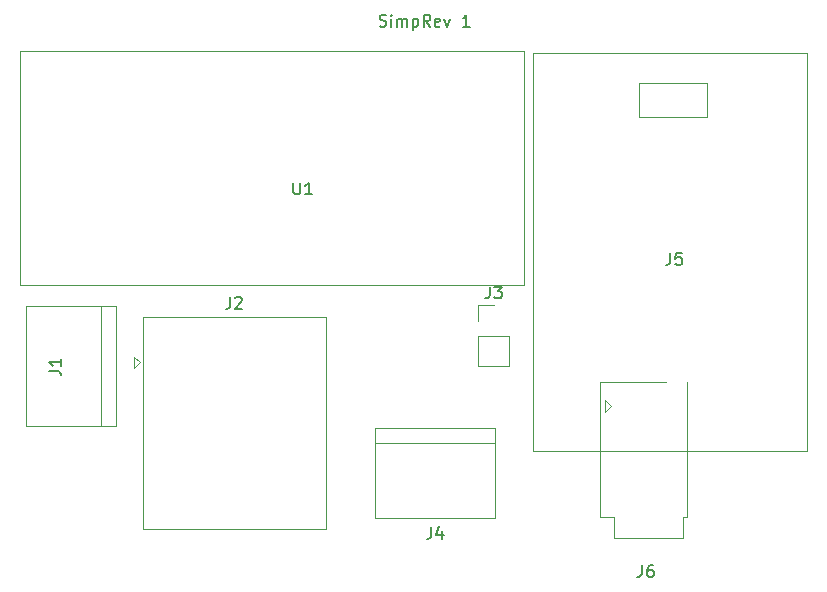
<source format=gbr>
G04 #@! TF.GenerationSoftware,KiCad,Pcbnew,(5.1.2)-2*
G04 #@! TF.CreationDate,2020-01-12T12:09:12-06:00*
G04 #@! TF.ProjectId,SimpleBuildSounds,53696d70-6c65-4427-9569-6c64536f756e,rev?*
G04 #@! TF.SameCoordinates,Original*
G04 #@! TF.FileFunction,Legend,Top*
G04 #@! TF.FilePolarity,Positive*
%FSLAX46Y46*%
G04 Gerber Fmt 4.6, Leading zero omitted, Abs format (unit mm)*
G04 Created by KiCad (PCBNEW (5.1.2)-2) date 2020-01-12 12:09:12*
%MOMM*%
%LPD*%
G04 APERTURE LIST*
%ADD10C,0.149860*%
%ADD11C,0.120000*%
%ADD12C,0.150000*%
G04 APERTURE END LIST*
D10*
X164528983Y-51649261D02*
X164671840Y-51696880D01*
X164909935Y-51696880D01*
X165005173Y-51649261D01*
X165052792Y-51601642D01*
X165100411Y-51506404D01*
X165100411Y-51411166D01*
X165052792Y-51315928D01*
X165005173Y-51268309D01*
X164909935Y-51220690D01*
X164719459Y-51173071D01*
X164624221Y-51125452D01*
X164576602Y-51077833D01*
X164528983Y-50982595D01*
X164528983Y-50887357D01*
X164576602Y-50792119D01*
X164624221Y-50744501D01*
X164719459Y-50696882D01*
X164957554Y-50696882D01*
X165100411Y-50744501D01*
X165528981Y-51696880D02*
X165528981Y-51030214D01*
X165528981Y-50696882D02*
X165481362Y-50744501D01*
X165528981Y-50792119D01*
X165576600Y-50744501D01*
X165528981Y-50696882D01*
X165528981Y-50792119D01*
X166005171Y-51696880D02*
X166005171Y-51030214D01*
X166005171Y-51125452D02*
X166052790Y-51077833D01*
X166148028Y-51030214D01*
X166290885Y-51030214D01*
X166386122Y-51077833D01*
X166433741Y-51173071D01*
X166433741Y-51696880D01*
X166433741Y-51173071D02*
X166481360Y-51077833D01*
X166576598Y-51030214D01*
X166719455Y-51030214D01*
X166814693Y-51077833D01*
X166862312Y-51173071D01*
X166862312Y-51696880D01*
X167338502Y-51030214D02*
X167338502Y-52030212D01*
X167338502Y-51077833D02*
X167433739Y-51030214D01*
X167624215Y-51030214D01*
X167719453Y-51077833D01*
X167767072Y-51125452D01*
X167814691Y-51220690D01*
X167814691Y-51506404D01*
X167767072Y-51601642D01*
X167719453Y-51649261D01*
X167624215Y-51696880D01*
X167433739Y-51696880D01*
X167338502Y-51649261D01*
X168814689Y-51696880D02*
X168481356Y-51220690D01*
X168243262Y-51696880D02*
X168243262Y-50696882D01*
X168624213Y-50696882D01*
X168719451Y-50744501D01*
X168767070Y-50792119D01*
X168814689Y-50887357D01*
X168814689Y-51030214D01*
X168767070Y-51125452D01*
X168719451Y-51173071D01*
X168624213Y-51220690D01*
X168243262Y-51220690D01*
X169624211Y-51649261D02*
X169528973Y-51696880D01*
X169338498Y-51696880D01*
X169243260Y-51649261D01*
X169195641Y-51554023D01*
X169195641Y-51173071D01*
X169243260Y-51077833D01*
X169338498Y-51030214D01*
X169528973Y-51030214D01*
X169624211Y-51077833D01*
X169671830Y-51173071D01*
X169671830Y-51268309D01*
X169195641Y-51363547D01*
X170005163Y-51030214D02*
X170243258Y-51696880D01*
X170481352Y-51030214D01*
X172148016Y-51696880D02*
X171576588Y-51696880D01*
X171862302Y-51696880D02*
X171862302Y-50696882D01*
X171767064Y-50839738D01*
X171671826Y-50934976D01*
X171576588Y-50982595D01*
D11*
X190211000Y-93183500D02*
X190211000Y-94967500D01*
X184411000Y-93183500D02*
X184411000Y-94967500D01*
X183211000Y-93183500D02*
X183211000Y-81783500D01*
X184411000Y-94967500D02*
X190211000Y-94967500D01*
X190511000Y-93183500D02*
X190211000Y-93183500D01*
X184411000Y-93183500D02*
X183211000Y-93183500D01*
X188760100Y-81775300D02*
X183211000Y-81783500D01*
X190511000Y-93183500D02*
X190511000Y-81783500D01*
X184131100Y-83858100D02*
X183631100Y-83358100D01*
X183631100Y-83358100D02*
X183631100Y-84358100D01*
X183631100Y-84358100D02*
X184131100Y-83858100D01*
X177486000Y-87619000D02*
X200686000Y-87619000D01*
X177495200Y-53939000D02*
X177486000Y-87619000D01*
X200686000Y-53939000D02*
X200686000Y-87619000D01*
X177495200Y-53939000D02*
X200686000Y-53939000D01*
X186454100Y-56515000D02*
X192254100Y-56515000D01*
X192254100Y-56515000D02*
X192254100Y-59347100D01*
X192254100Y-59347100D02*
X186454100Y-59347100D01*
X186454100Y-59347100D02*
X186454100Y-56515000D01*
X140970000Y-75374500D02*
X140970000Y-85534500D01*
X142240000Y-75374500D02*
X134620000Y-75374500D01*
X134620000Y-75374500D02*
X134620000Y-85534500D01*
X134620000Y-85534500D02*
X142240000Y-85534500D01*
X142240000Y-85534500D02*
X142240000Y-75374500D01*
X143764500Y-80637000D02*
X144264500Y-80137000D01*
X143764500Y-79637000D02*
X143764500Y-80637000D01*
X144264500Y-80137000D02*
X143764500Y-79637000D01*
X144449500Y-94217000D02*
X159969500Y-94217000D01*
X159969500Y-76257000D02*
X159969500Y-94217000D01*
X159969500Y-76257000D02*
X144449500Y-76257000D01*
X144449500Y-76257000D02*
X144449500Y-94217000D01*
X172860001Y-80473001D02*
X175520001Y-80473001D01*
X172860001Y-77873001D02*
X172860001Y-80473001D01*
X175520001Y-77873001D02*
X175520001Y-80473001D01*
X172860001Y-77873001D02*
X175520001Y-77873001D01*
X172860001Y-76603001D02*
X172860001Y-75273001D01*
X172860001Y-75273001D02*
X174190001Y-75273001D01*
X174307500Y-85725000D02*
X164147500Y-85725000D01*
X174307500Y-93345000D02*
X174307500Y-85725000D01*
X164147500Y-93345000D02*
X174307500Y-93345000D01*
X164147500Y-85725000D02*
X164147500Y-93345000D01*
X164147500Y-86995000D02*
X174307500Y-86995000D01*
X176784000Y-53784500D02*
X134112000Y-53784500D01*
X176784000Y-73596500D02*
X176784000Y-53784500D01*
X134112000Y-73596500D02*
X176784000Y-73596500D01*
X134112000Y-53784500D02*
X134112000Y-73596500D01*
D12*
X186737666Y-97305880D02*
X186737666Y-98020166D01*
X186690047Y-98163023D01*
X186594809Y-98258261D01*
X186451952Y-98305880D01*
X186356714Y-98305880D01*
X187642428Y-97305880D02*
X187451952Y-97305880D01*
X187356714Y-97353500D01*
X187309095Y-97401119D01*
X187213857Y-97543976D01*
X187166238Y-97734452D01*
X187166238Y-98115404D01*
X187213857Y-98210642D01*
X187261476Y-98258261D01*
X187356714Y-98305880D01*
X187547190Y-98305880D01*
X187642428Y-98258261D01*
X187690047Y-98210642D01*
X187737666Y-98115404D01*
X187737666Y-97877309D01*
X187690047Y-97782071D01*
X187642428Y-97734452D01*
X187547190Y-97686833D01*
X187356714Y-97686833D01*
X187261476Y-97734452D01*
X187213857Y-97782071D01*
X187166238Y-97877309D01*
X189137966Y-70864480D02*
X189137966Y-71578766D01*
X189090347Y-71721623D01*
X188995109Y-71816861D01*
X188852252Y-71864480D01*
X188757014Y-71864480D01*
X190090347Y-70864480D02*
X189614157Y-70864480D01*
X189566538Y-71340671D01*
X189614157Y-71293052D01*
X189709395Y-71245433D01*
X189947490Y-71245433D01*
X190042728Y-71293052D01*
X190090347Y-71340671D01*
X190137966Y-71435909D01*
X190137966Y-71674004D01*
X190090347Y-71769242D01*
X190042728Y-71816861D01*
X189947490Y-71864480D01*
X189709395Y-71864480D01*
X189614157Y-71816861D01*
X189566538Y-71769242D01*
X136548880Y-80851333D02*
X137263166Y-80851333D01*
X137406023Y-80898952D01*
X137501261Y-80994190D01*
X137548880Y-81137047D01*
X137548880Y-81232285D01*
X137548880Y-79851333D02*
X137548880Y-80422761D01*
X137548880Y-80137047D02*
X136548880Y-80137047D01*
X136691738Y-80232285D01*
X136786976Y-80327523D01*
X136834595Y-80422761D01*
X151876166Y-74589380D02*
X151876166Y-75303666D01*
X151828547Y-75446523D01*
X151733309Y-75541761D01*
X151590452Y-75589380D01*
X151495214Y-75589380D01*
X152304738Y-74684619D02*
X152352357Y-74637000D01*
X152447595Y-74589380D01*
X152685690Y-74589380D01*
X152780928Y-74637000D01*
X152828547Y-74684619D01*
X152876166Y-74779857D01*
X152876166Y-74875095D01*
X152828547Y-75017952D01*
X152257119Y-75589380D01*
X152876166Y-75589380D01*
X173856667Y-73725381D02*
X173856667Y-74439667D01*
X173809048Y-74582524D01*
X173713810Y-74677762D01*
X173570953Y-74725381D01*
X173475715Y-74725381D01*
X174237620Y-73725381D02*
X174856667Y-73725381D01*
X174523334Y-74106334D01*
X174666191Y-74106334D01*
X174761429Y-74153953D01*
X174809048Y-74201572D01*
X174856667Y-74296810D01*
X174856667Y-74534905D01*
X174809048Y-74630143D01*
X174761429Y-74677762D01*
X174666191Y-74725381D01*
X174380477Y-74725381D01*
X174285239Y-74677762D01*
X174237620Y-74630143D01*
X168894166Y-94067380D02*
X168894166Y-94781666D01*
X168846547Y-94924523D01*
X168751309Y-95019761D01*
X168608452Y-95067380D01*
X168513214Y-95067380D01*
X169798928Y-94400714D02*
X169798928Y-95067380D01*
X169560833Y-94019761D02*
X169322738Y-94734047D01*
X169941785Y-94734047D01*
X157226095Y-64912880D02*
X157226095Y-65722404D01*
X157273714Y-65817642D01*
X157321333Y-65865261D01*
X157416571Y-65912880D01*
X157607047Y-65912880D01*
X157702285Y-65865261D01*
X157749904Y-65817642D01*
X157797523Y-65722404D01*
X157797523Y-64912880D01*
X158797523Y-65912880D02*
X158226095Y-65912880D01*
X158511809Y-65912880D02*
X158511809Y-64912880D01*
X158416571Y-65055738D01*
X158321333Y-65150976D01*
X158226095Y-65198595D01*
M02*

</source>
